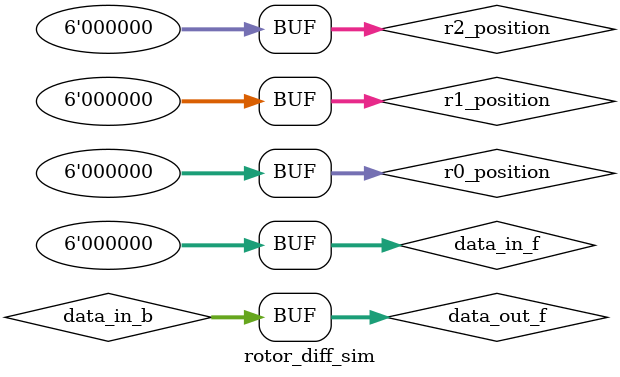
<source format=v>
`timescale 1ns / 1ps


module rotor_diff_sim(

    );
reg[5:0]data_in_f;
reg[5:0]data_in_b;
reg [5:0]r0_position;
reg [5:0]r1_position;
reg [5:0]r2_position;
wire [5:0]data_out_f;
wire [5:0]data_out_b;
wire [5:0]data_diff;
rotor_diff_test rd_sim(.data_in_f(data_in_f),.data_in_b(data_in_b),.r0_position(r0_position),.r1_position(r1_position),.r2_position(r2_position)
,.data_out_f(data_out_f),.data_out_b(data_out_b),.data_diff(data_diff));

initial
begin
data_in_f=6'd0;
data_in_b=data_out_f;
r0_position=6'd0;
r1_position=6'd0;
r2_position=6'd0;
#5
data_in_f=6'd1;
data_in_b=data_out_f;
r0_position=6'd0;
r1_position=6'd0;
r2_position=6'd0;
#5
data_in_f=6'd0;
data_in_b=data_out_f;
r0_position=6'd0;
r1_position=6'd0;
r2_position=6'd0;
#5
data_in_f=6'd0;
data_in_b=data_out_f;
r0_position=6'd0;
r1_position=6'd0;
r2_position=6'd0;

end
endmodule

</source>
